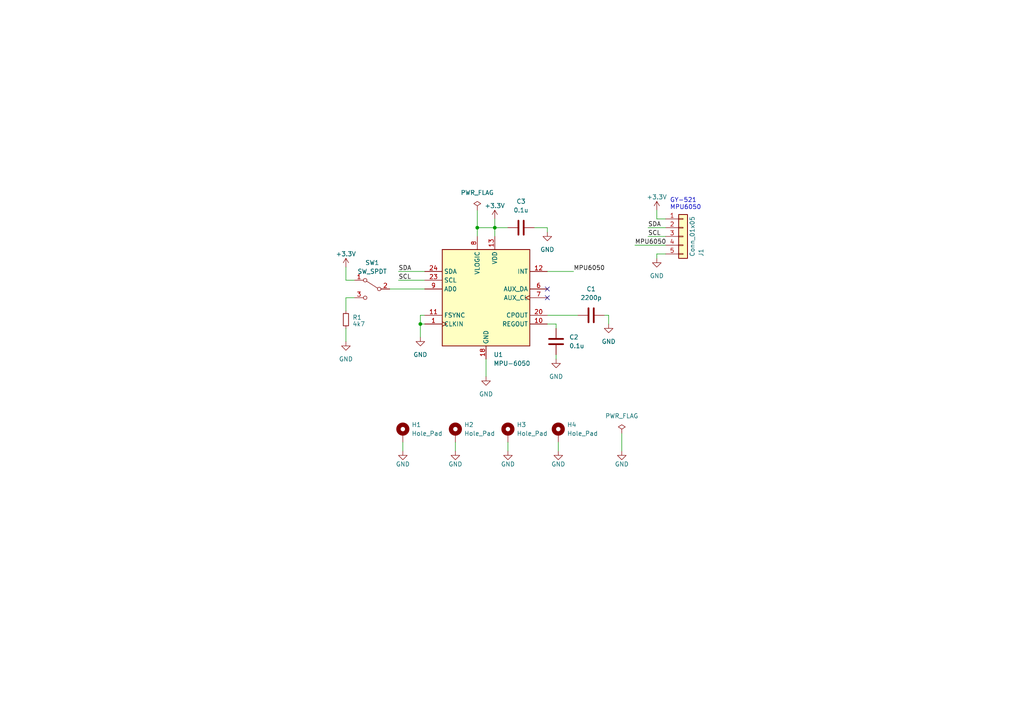
<source format=kicad_sch>
(kicad_sch (version 20230121) (generator eeschema)
  (paper "A4")
  (title_block (title "MPU6050_Module_Adress_Switch") (date "2024-02-09") (rev "1.0") (company "Made by ElectroHugin"))
  (lib_symbols
    (symbol "Connector_Generic:Conn_01x05" (pin_names (offset 1.016) hide)
      (property "Reference" "J" (at 0 7.62 0))
      (property "Value" "Conn_01x05" (at 0 -7.62 0))
      (symbol "Conn_01x05_1_1"
        (rectangle (start -1.27 -4.953) (end 0 -5.207) (stroke (width 0.1524)))
        (rectangle (start -1.27 -2.413) (end 0 -2.667) (stroke (width 0.1524)))
        (rectangle (start -1.27 0.127) (end 0 -0.127) (stroke (width 0.1524)))
        (rectangle (start -1.27 2.667) (end 0 2.413) (stroke (width 0.1524)))
        (rectangle (start -1.27 5.207) (end 0 4.953) (stroke (width 0.1524)))
        (rectangle (start -1.27 6.35) (end 1.27 -6.35) (stroke (width 0.254)) (fill (type background)))
        (pin passive line (at -5.08 5.08 0) (length 3.81) (name "Pin_1") (number "1"))
        (pin passive line (at -5.08 2.54 0) (length 3.81) (name "Pin_2") (number "2"))
        (pin passive line (at -5.08 0 0) (length 3.81) (name "Pin_3") (number "3"))
        (pin passive line (at -5.08 -2.54 0) (length 3.81) (name "Pin_4") (number "4"))
        (pin passive line (at -5.08 -5.08 0) (length 3.81) (name "Pin_5") (number "5"))
      )
    )
    (symbol "Device:C" (pin_numbers hide) (pin_names (offset 0.254))
      (property "Reference" "C" (at 0.635 2.54 0))
      (property "Value" "C" (at 0.635 -2.54 0))
      (symbol "C_0_1"
        (polyline (pts (xy -2.032 -0.762) (xy 2.032 -0.762)) (stroke (width 0.508)))
        (polyline (pts (xy -2.032 0.762) (xy 2.032 0.762)) (stroke (width 0.508)))
      )
      (symbol "C_1_1"
        (pin passive line (at 0 3.81 270) (length 2.794) (name "~") (number "1"))
        (pin passive line (at 0 -3.81 90) (length 2.794) (name "~") (number "2"))
      )
    )
    (symbol "Device:R_Small" (pin_numbers hide) (pin_names (offset 0.254) hide)
      (property "Reference" "R" (at 0.762 0.508 0))
      (property "Value" "R_Small" (at 0.762 -1.016 0))
      (symbol "R_Small_0_1"
        (rectangle (start -0.762 1.778) (end 0.762 -1.778) (stroke (width 0.2032)))
      )
      (symbol "R_Small_1_1"
        (pin passive line (at 0 2.54 270) (length 0.762) (name "~") (number "1"))
        (pin passive line (at 0 -2.54 90) (length 0.762) (name "~") (number "2"))
      )
    )
    (symbol "Mechanical:MountingHole_Pad" (pin_numbers hide) (pin_names (offset 1.016) hide)
      (property "Reference" "H" (at 0 6.35 0))
      (property "Value" "MountingHole_Pad" (at 0 4.445 0))
      (symbol "MountingHole_Pad_0_1"
        (circle (center 0 1.27) (radius 1.27) (stroke (width 1.27)))
      )
      (symbol "MountingHole_Pad_1_1"
        (pin input line (at 0 -2.54 90) (length 2.54) (name "1") (number "1"))
      )
    )
    (symbol "Sensor_Motion:MPU-6050"
      (property "Reference" "U" (at -11.43 13.97 0))
      (property "Value" "MPU-6050" (at 7.62 -15.24 0))
      (symbol "MPU-6050_0_0"
        (text "" (at 12.7 -2.54 0) (effects (font (size 1.27 1.27))))
      )
      (symbol "MPU-6050_0_1"
        (rectangle (start -12.7 13.97) (end 12.7 -13.97) (stroke (width 0.254)) (fill (type background)))
      )
      (symbol "MPU-6050_1_1"
        (pin input clock (at -17.78 -7.62 0) (length 5.08) (name "CLKIN") (number "1"))
        (pin passive line (at 17.78 -7.62 180) (length 5.08) (name "REGOUT") (number "10"))
        (pin input line (at -17.78 -5.08 0) (length 5.08) (name "FSYNC") (number "11"))
        (pin output line (at 17.78 7.62 180) (length 5.08) (name "INT") (number "12"))
        (pin power_in line (at 2.54 17.78 270) (length 3.81) (name "VDD") (number "13"))
        (pin no_connect line (at -12.7 -10.16 0) (length 2.54) hide (name "NC") (number "14"))
        (pin no_connect line (at 12.7 12.7 180) (length 2.54) hide (name "NC") (number "15"))
        (pin no_connect line (at 12.7 10.16 180) (length 2.54) hide (name "NC") (number "16"))
        (pin no_connect line (at 12.7 5.08 180) (length 2.54) hide (name "NC") (number "17"))
        (pin power_in line (at 0 -17.78 90) (length 3.81) (name "GND") (number "18"))
        (pin no_connect line (at 12.7 -10.16 180) (length 2.54) hide (name "RESV") (number "19"))
        (pin no_connect line (at -12.7 12.7 0) (length 2.54) hide (name "NC") (number "2"))
        (pin passive line (at 17.78 -5.08 180) (length 5.08) (name "CPOUT") (number "20"))
        (pin no_connect line (at 12.7 -2.54 180) (length 2.54) hide (name "RESV") (number "21"))
        (pin no_connect line (at 12.7 -12.7 180) (length 2.54) hide (name "RESV") (number "22"))
        (pin input line (at -17.78 5.08 0) (length 5.08) (name "SCL") (number "23"))
        (pin bidirectional line (at -17.78 7.62 0) (length 5.08) (name "SDA") (number "24"))
        (pin no_connect line (at -12.7 10.16 0) (length 2.54) hide (name "NC") (number "3"))
        (pin no_connect line (at -12.7 0 0) (length 2.54) hide (name "NC") (number "4"))
        (pin no_connect line (at -12.7 -2.54 0) (length 2.54) hide (name "NC") (number "5"))
        (pin bidirectional line (at 17.78 2.54 180) (length 5.08) (name "AUX_DA") (number "6"))
        (pin output clock (at 17.78 0 180) (length 5.08) (name "AUX_CL") (number "7"))
        (pin power_in line (at -2.54 17.78 270) (length 3.81) (name "VLOGIC") (number "8"))
        (pin input line (at -17.78 2.54 0) (length 5.08) (name "AD0") (number "9"))
      )
    )
    (symbol "Switch:SW_SPDT" (pin_names (offset 0) hide)
      (property "Reference" "SW" (at 0 4.318 0))
      (property "Value" "SW_SPDT" (at 0 -5.08 0))
      (symbol "SW_SPDT_0_0"
        (circle (center -2.032 0) (radius 0.508))
        (circle (center 2.032 -2.54) (radius 0.508))
      )
      (symbol "SW_SPDT_0_1"
        (polyline (pts (xy -1.524 0.254) (xy 1.651 2.286)))
        (circle (center 2.032 2.54) (radius 0.508))
      )
      (symbol "SW_SPDT_1_1"
        (pin passive line (at 5.08 2.54 180) (length 2.54) (name "A") (number "1"))
        (pin passive line (at -5.08 0 0) (length 2.54) (name "B") (number "2"))
        (pin passive line (at 5.08 -2.54 180) (length 2.54) (name "C") (number "3"))
      )
    )
    (symbol "power:+3.3V" (power) (pin_names (offset 0))
      (property "Value" "+3.3V" (at 0 3.556 0))
      (symbol "+3.3V_0_1"
        (polyline (pts (xy -0.762 1.27) (xy 0 2.54)))
        (polyline (pts (xy 0 0) (xy 0 2.54)))
        (polyline (pts (xy 0 2.54) (xy 0.762 1.27)))
      )
      (symbol "+3.3V_1_1"
        (pin power_in line (at 0 0 90) (length 0) hide (name "+3.3V") (number "1"))
      )
    )
    (symbol "power:GND" (power) (pin_names (offset 0))
      (property "Value" "GND" (at 0 -3.81 0))
      (symbol "GND_0_1"
        (polyline (pts (xy 0 0) (xy 0 -1.27) (xy 1.27 -1.27) (xy 0 -2.54) (xy -1.27 -1.27) (xy 0 -1.27)))
      )
      (symbol "GND_1_1"
        (pin power_in line (at 0 0 270) (length 0) hide (name "GND") (number "1"))
      )
    )
    (symbol "power:PWR_FLAG" (power) (pin_numbers hide) (pin_names (offset 0) hide)
      (property "Value" "PWR_FLAG" (at 0 3.81 0))
      (symbol "PWR_FLAG_0_0"
        (pin power_out line (at 0 0 90) (length 0) (name "pwr") (number "1"))
      )
      (symbol "PWR_FLAG_0_1"
        (polyline (pts (xy 0 0) (xy 0 1.27) (xy -1.016 1.905) (xy 0 2.54) (xy 1.016 1.905) (xy 0 1.27)))
      )
    )
  )
  (junction (at 121.92 93.98))
  (junction (at 138.43 66.04))
  (junction (at 143.51 66.04))
  (no_connect (at 158.75 86.36))
  (no_connect (at 158.75 83.82))
  (wire (pts (xy 187.96 66.04) (xy 193.04 66.04)))
  (wire (pts (xy 121.92 93.98) (xy 121.92 97.79)))
  (wire (pts (xy 123.19 91.44) (xy 121.92 91.44)))
  (wire (pts (xy 115.57 81.28) (xy 123.19 81.28)))
  (wire (pts (xy 100.33 86.36) (xy 102.87 86.36)))
  (wire (pts (xy 180.34 125.73) (xy 180.34 130.81)))
  (wire (pts (xy 190.5 60.96) (xy 190.5 63.5)))
  (wire (pts (xy 193.04 73.66) (xy 190.5 73.66)))
  (wire (pts (xy 143.51 66.04) (xy 143.51 68.58)))
  (wire (pts (xy 161.29 102.87) (xy 161.29 104.14)))
  (wire (pts (xy 158.75 91.44) (xy 167.64 91.44)))
  (wire (pts (xy 158.75 93.98) (xy 161.29 93.98)))
  (wire (pts (xy 158.75 78.74) (xy 166.37 78.74)))
  (wire (pts (xy 116.84 128.27) (xy 116.84 130.81)))
  (wire (pts (xy 154.94 66.04) (xy 158.75 66.04)))
  (wire (pts (xy 184.15 71.12) (xy 193.04 71.12)))
  (wire (pts (xy 132.08 128.27) (xy 132.08 130.81)))
  (wire (pts (xy 100.33 77.47) (xy 100.33 81.28)))
  (wire (pts (xy 190.5 63.5) (xy 193.04 63.5)))
  (wire (pts (xy 158.75 66.04) (xy 158.75 67.31)))
  (wire (pts (xy 100.33 81.28) (xy 102.87 81.28)))
  (wire (pts (xy 100.33 86.36) (xy 100.33 90.17)))
  (wire (pts (xy 100.33 95.25) (xy 100.33 99.06)))
  (wire (pts (xy 143.51 63.5) (xy 143.51 66.04)))
  (wire (pts (xy 123.19 93.98) (xy 121.92 93.98)))
  (wire (pts (xy 115.57 78.74) (xy 123.19 78.74)))
  (wire (pts (xy 143.51 66.04) (xy 147.32 66.04)))
  (wire (pts (xy 161.925 128.27) (xy 161.925 130.81)))
  (wire (pts (xy 113.03 83.82) (xy 123.19 83.82)))
  (wire (pts (xy 140.97 104.14) (xy 140.97 109.22)))
  (wire (pts (xy 190.5 73.66) (xy 190.5 74.93)))
  (wire (pts (xy 147.32 128.27) (xy 147.32 130.81)))
  (wire (pts (xy 138.43 60.96) (xy 138.43 66.04)))
  (wire (pts (xy 187.96 68.58) (xy 193.04 68.58)))
  (wire (pts (xy 175.26 91.44) (xy 176.53 91.44)))
  (wire (pts (xy 161.29 93.98) (xy 161.29 95.25)))
  (wire (pts (xy 121.92 91.44) (xy 121.92 93.98)))
  (wire (pts (xy 138.43 68.58) (xy 138.43 66.04)))
  (wire (pts (xy 138.43 66.04) (xy 143.51 66.04)))
  (wire (pts (xy 176.53 91.44) (xy 176.53 93.98)))
  (text "GY-521\nMPU6050" (at 194.31 60.96 0) (effects (font (size 1.27 1.27)) (justify left bottom)))
  (label "SDA" (at 115.57 78.74 0))
  (label "SCL" (at 115.57 81.28 0))
  (label "SCL" (at 187.96 68.58 0))
  (label "MPU6050" (at 166.37 78.74 0))
  (label "MPU6050" (at 184.15 71.12 0))
  (label "SDA" (at 187.96 66.04 0))
  (symbol (lib_id "power:GND") (at 116.84 130.81 0) (unit 1)
    (property "Reference" "#PWR011" (effects hide))
    (property "Value" "GND" (at 116.84 134.62 0))
  )
  (symbol (lib_id "Mechanical:MountingHole_Pad") (at 116.84 125.73 0) (unit 1)
    (property "Reference" "H1" (at 119.38 123.19 0) (effects (justify left)))
    (property "Value" "Hole_Pad" (at 119.38 125.73 0) (effects (justify left)))
    (property "Footprint" "MountingHole:MountingHole_3.2mm_M3_Pad_Via" (effects hide))
  )
  (symbol (lib_id "Device:C") (at 161.29 99.06 180) (unit 1)
    (property "Reference" "C2" (at 165.1 97.79 0) (effects (justify right)))
    (property "Value" "0.1u" (at 165.1 100.33 0) (effects (justify right)))
    (property "Footprint" "Capacitor_THT:C_Disc_D5.0mm_W2.5mm_P5.00mm" (effects hide))
  )
  (symbol (lib_id "power:GND") (at 176.53 93.98 0) (unit 1)
    (property "Reference" "#PWR09" (effects hide))
    (property "Value" "GND" (at 176.53 99.06 0))
  )
  (symbol (lib_id "power:GND") (at 147.32 130.81 0) (unit 1)
    (property "Reference" "#PWR013" (effects hide))
    (property "Value" "GND" (at 147.32 134.62 0))
  )
  (symbol (lib_id "Device:C") (at 171.45 91.44 90) (unit 1)
    (property "Reference" "C1" (at 171.45 83.82 90))
    (property "Value" "2200p" (at 171.45 86.36 90))
    (property "Footprint" "Capacitor_THT:C_Disc_D5.0mm_W2.5mm_P5.00mm" (effects hide))
  )
  (symbol (lib_id "power:GND") (at 180.34 130.81 0) (unit 1)
    (property "Reference" "#PWR015" (effects hide))
    (property "Value" "GND" (at 180.34 134.62 0))
  )
  (symbol (lib_id "Connector_Generic:Conn_01x05") (at 198.12 68.58 0) (unit 1)
    (property "Reference" "J1" (at 203.3358 74.4713 90) (effects (justify left)))
    (property "Value" "Conn_01x05" (at 200.7958 74.4713 90) (effects (justify left)))
    (property "Footprint" "Connector_JST:JST_XH_B5B-XH-AM_1x05_P2.50mm_Vertical" (effects hide))
  )
  (symbol (lib_id "Device:R_Small") (at 100.33 92.71 0) (unit 1)
    (property "Reference" "R1" (at 102.235 92.075 0) (effects (justify left)))
    (property "Value" "4k7" (at 102.235 93.98 0) (effects (justify left)))
    (property "Footprint" "Resistor_THT:R_Axial_DIN0207_L6.3mm_D2.5mm_P10.16mm_Horizontal" (effects hide))
  )
  (symbol (lib_id "Mechanical:MountingHole_Pad") (at 132.08 125.73 0) (unit 1)
    (property "Reference" "H2" (at 134.62 123.19 0) (effects (justify left)))
    (property "Value" "Hole_Pad" (at 134.62 125.73 0) (effects (justify left)))
    (property "Footprint" "MountingHole:MountingHole_3.2mm_M3_Pad_Via" (effects hide))
  )
  (symbol (lib_id "power:PWR_FLAG") (at 180.34 125.73 0) (unit 1)
    (property "Reference" "#FLG01" (effects hide))
    (property "Value" "PWR_FLAG" (at 180.34 120.65 0))
  )
  (symbol (lib_id "power:GND") (at 161.29 104.14 0) (unit 1)
    (property "Reference" "#PWR08" (effects hide))
    (property "Value" "GND" (at 161.29 109.22 0))
  )
  (symbol (lib_id "power:GND") (at 121.92 97.79 0) (unit 1)
    (property "Reference" "#PWR06" (effects hide))
    (property "Value" "GND" (at 121.92 102.87 0))
  )
  (symbol (lib_id "power:PWR_FLAG") (at 138.43 60.96 0) (unit 1)
    (property "Reference" "#FLG02" (effects hide))
    (property "Value" "PWR_FLAG" (at 138.43 55.88 0))
  )
  (symbol (lib_id "Mechanical:MountingHole_Pad") (at 161.925 125.73 0) (unit 1)
    (property "Reference" "H4" (at 164.465 123.19 0) (effects (justify left)))
    (property "Value" "Hole_Pad" (at 164.465 125.73 0) (effects (justify left)))
    (property "Footprint" "MountingHole:MountingHole_3.2mm_M3_Pad_Via" (effects hide))
  )
  (symbol (lib_id "power:GND") (at 161.925 130.81 0) (unit 1)
    (property "Reference" "#PWR014" (effects hide))
    (property "Value" "GND" (at 161.925 134.62 0))
  )
  (symbol (lib_id "Mechanical:MountingHole_Pad") (at 147.32 125.73 0) (unit 1)
    (property "Reference" "H3" (at 149.86 123.19 0) (effects (justify left)))
    (property "Value" "Hole_Pad" (at 149.86 125.73 0) (effects (justify left)))
    (property "Footprint" "MountingHole:MountingHole_3.2mm_M3_Pad_Via" (effects hide))
  )
  (symbol (lib_id "Switch:SW_SPDT") (at 107.95 83.82 0) (mirror y) (unit 1)
    (property "Reference" "SW1" (at 107.95 76.2 0))
    (property "Value" "SW_SPDT" (at 107.95 78.74 0))
    (property "Footprint" "SamacSys:SLW8839352AD" (effects hide))
  )
  (symbol (lib_id "power:GND") (at 158.75 67.31 0) (unit 1)
    (property "Reference" "#PWR07" (effects hide))
    (property "Value" "GND" (at 158.75 72.39 0))
  )
  (symbol (lib_id "power:GND") (at 132.08 130.81 0) (unit 1)
    (property "Reference" "#PWR012" (effects hide))
    (property "Value" "GND" (at 132.08 134.62 0))
  )
  (symbol (lib_id "power:GND") (at 140.97 109.22 0) (unit 1)
    (property "Reference" "#PWR04" (effects hide))
    (property "Value" "GND" (at 140.97 114.3 0))
  )
  (symbol (lib_id "power:+3.3V") (at 190.5 60.96 0) (unit 1)
    (property "Reference" "#PWR01" (effects hide))
    (property "Value" "+3.3V" (at 190.5 57.15 0))
  )
  (symbol (lib_id "Sensor_Motion:MPU-6050") (at 140.97 86.36 0) (unit 1)
    (property "Reference" "U1" (at 143.1641 102.87 0) (effects (justify left)))
    (property "Value" "MPU-6050" (at 143.1641 105.41 0) (effects (justify left)))
    (property "Footprint" "Sensor_Motion:InvenSense_QFN-24_4x4mm_P0.5mm" (effects hide))
    (property "Datasheet" "https://invensense.tdk.com/wp-content/uploads/2015/02/MPU-6000-Datasheet1.pdf" (effects hide))
  )
  (symbol (lib_id "power:GND") (at 100.33 99.06 0) (unit 1)
    (property "Reference" "#PWR05" (effects hide))
    (property "Value" "GND" (at 100.33 104.14 0))
  )
  (symbol (lib_id "power:+3.3V") (at 100.33 77.47 0) (unit 1)
    (property "Reference" "#PWR010" (effects hide))
    (property "Value" "+3.3V" (at 100.33 73.66 0))
  )
  (symbol (lib_id "Device:C") (at 151.13 66.04 270) (unit 1)
    (property "Reference" "C3" (at 151.13 58.42 90))
    (property "Value" "0.1u" (at 151.13 60.96 90))
    (property "Footprint" "Capacitor_THT:C_Disc_D5.0mm_W2.5mm_P5.00mm" (effects hide))
  )
  (symbol (lib_id "power:GND") (at 190.5 74.93 0) (unit 1)
    (property "Reference" "#PWR02" (effects hide))
    (property "Value" "GND" (at 190.5 80.01 0))
  )
  (symbol (lib_id "power:+3.3V") (at 143.51 63.5 0) (unit 1)
    (property "Reference" "#PWR03" (effects hide))
    (property "Value" "+3.3V" (at 143.51 59.69 0))
  )
)
</source>
